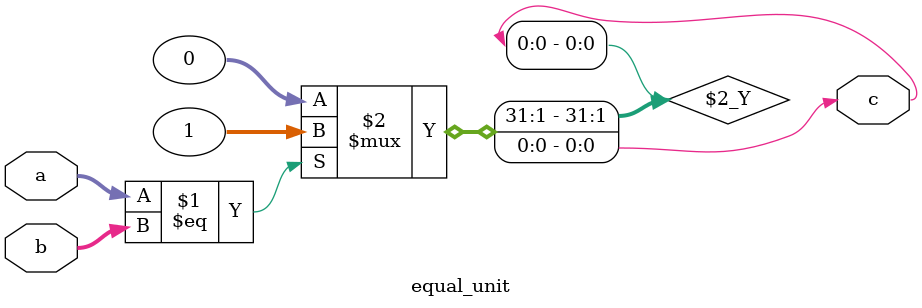
<source format=v>
module equal_unit(
input [31:0] a,
input [31:0] b,
output c
    );
    assign c=(a==b)?1:0;
endmodule

</source>
